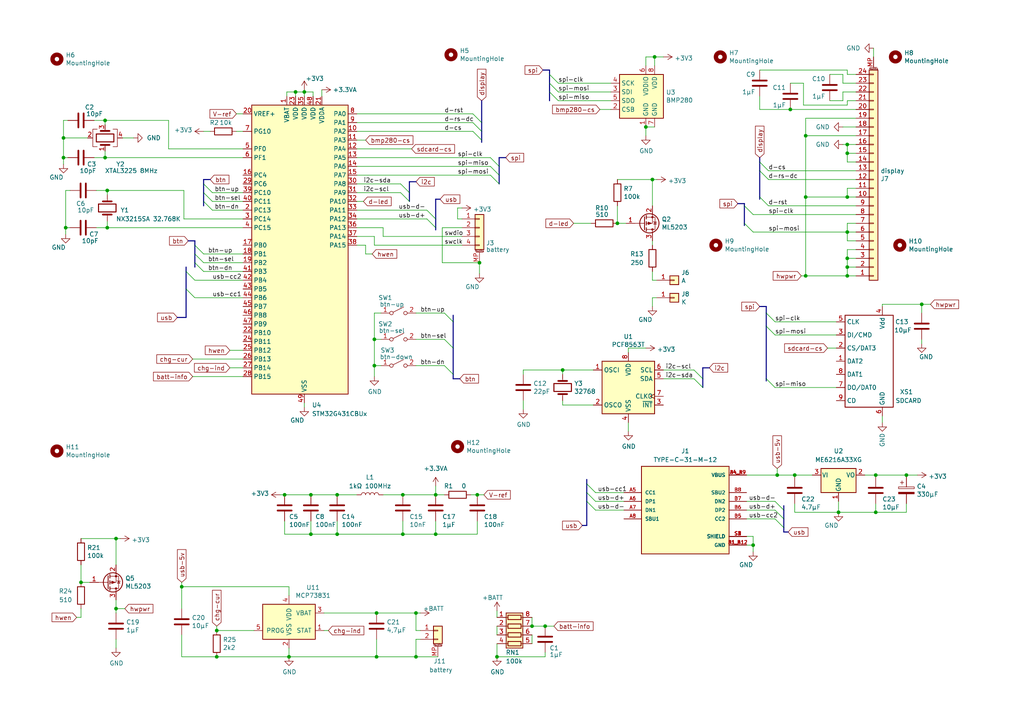
<source format=kicad_sch>
(kicad_sch (version 20230121) (generator eeschema)
  (paper "A4")
  (junction (at 218.44 158.115))
  (junction (at 163.195 107.315))
  (junction (at 62.865 182.88))
  (junction (at 23.495 168.91))
  (junction (at 254 137.795))
  (junction (at 52.705 170.18))
  (junction (at 230.505 137.795))
  (junction (at 245.745 44.45))
  (junction (at 262.89 137.795))
  (junction (at 85.725 26.67))
  (junction (at 189.23 52.07))
  (junction (at 187.325 36.83))
  (junction (at 267.335 88.265))
  (junction (at 97.79 143.51))
  (junction (at 31.115 66.04))
  (junction (at 30.48 45.72))
  (junction (at 229.235 31.75))
  (junction (at 90.17 154.94))
  (junction (at 120.65 190.5))
  (junction (at 126.365 154.94))
  (junction (at 33.655 156.21))
  (junction (at 139.065 76.2))
  (junction (at 18.415 45.72))
  (junction (at 82.55 143.51))
  (junction (at 245.745 74.93))
  (junction (at 90.17 143.51))
  (junction (at 88.265 26.67))
  (junction (at 19.05 66.04))
  (junction (at 245.745 57.15))
  (junction (at 31.115 55.245))
  (junction (at 233.68 39.37))
  (junction (at 62.865 190.5))
  (junction (at 109.22 177.8))
  (junction (at 233.68 80.01))
  (junction (at 225.425 137.795))
  (junction (at 245.745 77.47))
  (junction (at 245.745 67.31))
  (junction (at 144.145 190.5))
  (junction (at 109.22 190.5))
  (junction (at 245.745 80.01))
  (junction (at 158.115 181.61))
  (junction (at 18.415 40.005))
  (junction (at 116.84 154.94))
  (junction (at 243.205 148.59))
  (junction (at 154.305 181.61))
  (junction (at 108.585 106.045))
  (junction (at 179.07 64.77))
  (junction (at 116.84 143.51))
  (junction (at 245.745 41.91))
  (junction (at 108.585 98.425))
  (junction (at 97.79 154.94))
  (junction (at 233.68 57.15))
  (junction (at 30.48 34.925))
  (junction (at 126.365 143.51))
  (junction (at 83.82 190.5))
  (junction (at 120.65 177.8))
  (junction (at 189.865 16.51))
  (junction (at 254 148.59))
  (junction (at 138.43 143.51))
  (junction (at 33.655 176.53))
  (bus_entry (at 222.25 109.855) (size 2.54 2.54))
  (bus_entry (at 56.515 71.12) (size 2.54 2.54))
  (bus_entry (at 56.515 73.66) (size 2.54 2.54))
  (bus_entry (at 53.975 83.82) (size 2.54 2.54))
  (bus_entry (at 56.515 76.2) (size 2.54 2.54))
  (bus_entry (at 128.905 98.425) (size 2.54 2.54))
  (bus_entry (at 220.345 46.99) (size 2.54 2.54))
  (bus_entry (at 159.385 26.67) (size 2.54 2.54))
  (bus_entry (at 222.25 94.615) (size 2.54 2.54))
  (bus_entry (at 59.055 53.34) (size 2.54 2.54))
  (bus_entry (at 159.385 21.59) (size 2.54 2.54))
  (bus_entry (at 201.295 107.315) (size 2.54 2.54))
  (bus_entry (at 222.25 90.805) (size 2.54 2.54))
  (bus_entry (at 137.16 33.02) (size 2.54 2.54))
  (bus_entry (at 224.79 150.495) (size 2.54 2.54))
  (bus_entry (at 220.345 49.53) (size 2.54 2.54))
  (bus_entry (at 123.825 60.96) (size 2.54 2.54))
  (bus_entry (at 215.9 59.69) (size 2.54 2.54))
  (bus_entry (at 170.18 140.335) (size 2.54 2.54))
  (bus_entry (at 53.975 78.74) (size 2.54 2.54))
  (bus_entry (at 142.24 48.26) (size 2.54 2.54))
  (bus_entry (at 170.18 145.415) (size 2.54 2.54))
  (bus_entry (at 128.905 90.805) (size 2.54 2.54))
  (bus_entry (at 59.055 58.42) (size 2.54 2.54))
  (bus_entry (at 170.18 142.875) (size 2.54 2.54))
  (bus_entry (at 123.825 63.5) (size 2.54 2.54))
  (bus_entry (at 142.24 45.72) (size 2.54 2.54))
  (bus_entry (at 116.205 53.34) (size 2.54 2.54))
  (bus_entry (at 220.345 57.15) (size 2.54 2.54))
  (bus_entry (at 215.9 64.77) (size 2.54 2.54))
  (bus_entry (at 137.16 38.1) (size 2.54 2.54))
  (bus_entry (at 159.385 24.13) (size 2.54 2.54))
  (bus_entry (at 224.79 147.955) (size 2.54 2.54))
  (bus_entry (at 224.79 145.415) (size 2.54 2.54))
  (bus_entry (at 59.055 55.88) (size 2.54 2.54))
  (bus_entry (at 201.295 109.855) (size 2.54 2.54))
  (bus_entry (at 142.24 50.8) (size 2.54 2.54))
  (bus_entry (at 116.205 55.88) (size 2.54 2.54))
  (bus_entry (at 128.905 106.045) (size 2.54 2.54))
  (bus_entry (at 137.16 35.56) (size 2.54 2.54))
  (wire (pts (xy 27.305 34.925) (xy 30.48 34.925)))
  (wire (pts (xy 30.48 45.72) (xy 70.485 45.72)))
  (bus (pts (xy 59.055 55.88) (xy 59.055 53.34)))
  (wire (pts (xy 182.245 122.555) (xy 182.245 125.095)))
  (bus (pts (xy 54.61 69.85) (xy 56.515 69.85)))
  (wire (pts (xy 245.745 74.93) (xy 248.285 74.93)))
  (wire (pts (xy 88.265 26.67) (xy 90.805 26.67)))
  (wire (pts (xy 144.145 181.61) (xy 144.145 184.15)))
  (wire (pts (xy 31.115 55.245) (xy 53.34 55.245)))
  (wire (pts (xy 19.05 55.245) (xy 20.32 55.245)))
  (bus (pts (xy 157.48 20.32) (xy 159.385 20.32)))
  (wire (pts (xy 31.115 64.135) (xy 31.115 66.04)))
  (bus (pts (xy 159.385 20.32) (xy 159.385 21.59)))
  (wire (pts (xy 244.475 41.91) (xy 245.745 41.91)))
  (wire (pts (xy 189.23 78.74) (xy 189.23 81.28)))
  (wire (pts (xy 30.48 34.925) (xy 48.895 34.925)))
  (wire (pts (xy 253.365 13.97) (xy 253.365 16.51)))
  (wire (pts (xy 85.725 26.67) (xy 85.725 27.94)))
  (wire (pts (xy 66.675 106.68) (xy 70.485 106.68)))
  (wire (pts (xy 120.65 190.5) (xy 120.65 185.42)))
  (bus (pts (xy 126.365 63.5) (xy 126.365 66.04)))
  (wire (pts (xy 189.865 19.05) (xy 189.865 16.51)))
  (wire (pts (xy 182.245 102.235) (xy 182.245 100.965)))
  (bus (pts (xy 139.7 40.64) (xy 139.7 41.275)))
  (wire (pts (xy 126.365 140.97) (xy 126.365 143.51)))
  (bus (pts (xy 213.995 59.055) (xy 215.9 59.055)))
  (bus (pts (xy 144.78 50.8) (xy 144.78 53.34)))
  (wire (pts (xy 61.595 60.96) (xy 70.485 60.96)))
  (wire (pts (xy 154.305 181.61) (xy 158.115 181.61)))
  (wire (pts (xy 138.43 143.51) (xy 140.335 143.51)))
  (bus (pts (xy 139.7 35.56) (xy 139.7 38.1)))
  (wire (pts (xy 22.225 179.07) (xy 23.495 179.07)))
  (wire (pts (xy 126.365 154.94) (xy 138.43 154.94)))
  (wire (pts (xy 33.655 173.99) (xy 33.655 176.53)))
  (wire (pts (xy 108.585 90.805) (xy 108.585 98.425)))
  (wire (pts (xy 190.5 86.36) (xy 189.23 86.36)))
  (wire (pts (xy 233.68 39.37) (xy 248.285 39.37)))
  (wire (pts (xy 248.285 31.75) (xy 229.235 31.75)))
  (wire (pts (xy 230.505 148.59) (xy 243.205 148.59)))
  (bus (pts (xy 222.25 88.9) (xy 222.25 90.805)))
  (wire (pts (xy 19.05 66.04) (xy 20.32 66.04)))
  (wire (pts (xy 189.23 52.07) (xy 189.23 59.69)))
  (wire (pts (xy 103.505 68.58) (xy 108.585 68.58)))
  (wire (pts (xy 220.345 20.32) (xy 245.745 20.32)))
  (wire (pts (xy 109.22 190.5) (xy 120.65 190.5)))
  (wire (pts (xy 103.505 66.04) (xy 111.125 66.04)))
  (wire (pts (xy 190.5 52.07) (xy 189.23 52.07)))
  (wire (pts (xy 93.98 182.88) (xy 95.25 182.88)))
  (wire (pts (xy 151.765 118.745) (xy 151.765 116.205)))
  (bus (pts (xy 222.25 109.855) (xy 222.25 110.49)))
  (bus (pts (xy 227.33 154.305) (xy 228.6 154.305)))
  (bus (pts (xy 56.515 69.85) (xy 56.515 71.12)))
  (bus (pts (xy 51.435 92.075) (xy 53.975 92.075)))
  (wire (pts (xy 62.865 182.88) (xy 73.66 182.88)))
  (bus (pts (xy 159.385 24.13) (xy 159.385 26.67)))
  (wire (pts (xy 116.84 151.13) (xy 116.84 154.94)))
  (wire (pts (xy 111.125 66.04) (xy 111.125 68.58)))
  (wire (pts (xy 111.125 143.51) (xy 116.84 143.51)))
  (wire (pts (xy 245.745 54.61) (xy 245.745 57.15)))
  (wire (pts (xy 30.48 43.815) (xy 30.48 45.72)))
  (bus (pts (xy 118.745 58.42) (xy 118.745 55.88)))
  (bus (pts (xy 127.635 57.785) (xy 126.365 57.785)))
  (bus (pts (xy 222.25 90.805) (xy 222.25 94.615)))
  (wire (pts (xy 103.505 48.26) (xy 142.24 48.26)))
  (wire (pts (xy 216.535 137.795) (xy 225.425 137.795)))
  (bus (pts (xy 170.18 145.415) (xy 170.18 152.4)))
  (wire (pts (xy 109.22 177.8) (xy 120.65 177.8)))
  (wire (pts (xy 245.745 44.45) (xy 245.745 46.99)))
  (wire (pts (xy 158.115 190.5) (xy 158.115 189.23)))
  (wire (pts (xy 97.79 143.51) (xy 103.505 143.51)))
  (wire (pts (xy 245.745 20.32) (xy 245.745 21.59)))
  (wire (pts (xy 108.585 68.58) (xy 108.585 71.12)))
  (wire (pts (xy 18.415 45.72) (xy 18.415 47.625)))
  (wire (pts (xy 240.665 21.59) (xy 244.475 21.59)))
  (wire (pts (xy 18.415 40.005) (xy 18.415 45.72)))
  (wire (pts (xy 126.365 143.51) (xy 128.905 143.51)))
  (wire (pts (xy 109.22 185.42) (xy 109.22 190.5)))
  (wire (pts (xy 216.535 145.415) (xy 224.79 145.415)))
  (wire (pts (xy 128.27 66.04) (xy 133.985 66.04)))
  (wire (pts (xy 88.265 116.84) (xy 88.265 118.11)))
  (wire (pts (xy 103.505 60.96) (xy 123.825 60.96)))
  (wire (pts (xy 248.285 49.53) (xy 222.885 49.53)))
  (wire (pts (xy 248.285 44.45) (xy 245.745 44.45)))
  (wire (pts (xy 132.715 60.325) (xy 132.715 63.5)))
  (wire (pts (xy 240.665 29.21) (xy 244.475 29.21)))
  (wire (pts (xy 187.325 19.05) (xy 187.325 16.51)))
  (wire (pts (xy 233.68 80.01) (xy 245.745 80.01)))
  (wire (pts (xy 97.79 151.13) (xy 97.79 154.94)))
  (wire (pts (xy 163.195 116.205) (xy 163.195 117.475)))
  (wire (pts (xy 163.195 107.315) (xy 172.085 107.315)))
  (wire (pts (xy 248.285 59.69) (xy 222.885 59.69)))
  (wire (pts (xy 245.745 21.59) (xy 248.285 21.59)))
  (wire (pts (xy 53.34 63.5) (xy 70.485 63.5)))
  (wire (pts (xy 26.035 168.91) (xy 23.495 168.91)))
  (wire (pts (xy 34.925 156.21) (xy 33.655 156.21)))
  (wire (pts (xy 126.365 151.13) (xy 126.365 154.94)))
  (wire (pts (xy 106.045 73.66) (xy 107.95 73.66)))
  (bus (pts (xy 118.745 52.705) (xy 120.65 52.705)))
  (wire (pts (xy 52.705 170.18) (xy 52.705 176.53)))
  (wire (pts (xy 144.145 186.69) (xy 144.145 190.5)))
  (bus (pts (xy 220.345 45.72) (xy 220.345 46.99)))
  (wire (pts (xy 245.745 67.31) (xy 245.745 64.77)))
  (wire (pts (xy 90.805 26.67) (xy 90.805 27.94)))
  (wire (pts (xy 120.65 177.8) (xy 121.92 177.8)))
  (wire (pts (xy 52.705 184.15) (xy 52.705 190.5)))
  (wire (pts (xy 225.425 135.89) (xy 225.425 137.795)))
  (wire (pts (xy 103.505 55.88) (xy 116.205 55.88)))
  (wire (pts (xy 245.745 46.99) (xy 248.285 46.99)))
  (wire (pts (xy 90.17 151.13) (xy 90.17 154.94)))
  (wire (pts (xy 82.55 143.51) (xy 90.17 143.51)))
  (wire (pts (xy 151.765 108.585) (xy 151.765 107.315)))
  (wire (pts (xy 59.055 76.2) (xy 70.485 76.2)))
  (wire (pts (xy 53.34 55.245) (xy 53.34 63.5)))
  (wire (pts (xy 62.865 181.61) (xy 62.865 182.88)))
  (wire (pts (xy 33.655 185.42) (xy 33.655 187.96)))
  (wire (pts (xy 33.655 176.53) (xy 33.655 177.8)))
  (wire (pts (xy 33.655 176.53) (xy 36.195 176.53)))
  (wire (pts (xy 161.925 26.67) (xy 177.165 26.67)))
  (bus (pts (xy 170.18 140.335) (xy 170.18 142.875)))
  (bus (pts (xy 144.78 45.72) (xy 144.78 48.26)))
  (wire (pts (xy 218.44 67.31) (xy 245.745 67.31)))
  (wire (pts (xy 189.865 16.51) (xy 192.405 16.51)))
  (wire (pts (xy 93.98 177.8) (xy 109.22 177.8)))
  (wire (pts (xy 18.415 34.925) (xy 18.415 40.005)))
  (wire (pts (xy 90.17 143.51) (xy 97.79 143.51)))
  (bus (pts (xy 118.745 55.88) (xy 118.745 52.705)))
  (wire (pts (xy 222.885 52.07) (xy 248.285 52.07)))
  (wire (pts (xy 189.865 36.83) (xy 187.325 36.83)))
  (wire (pts (xy 161.925 29.21) (xy 177.165 29.21)))
  (bus (pts (xy 227.33 147.955) (xy 227.33 150.495)))
  (wire (pts (xy 103.505 38.1) (xy 137.16 38.1)))
  (wire (pts (xy 103.505 35.56) (xy 137.16 35.56)))
  (wire (pts (xy 233.045 24.13) (xy 233.045 30.48)))
  (wire (pts (xy 61.595 58.42) (xy 70.485 58.42)))
  (wire (pts (xy 48.895 34.925) (xy 48.895 43.18)))
  (wire (pts (xy 254 137.795) (xy 262.89 137.795)))
  (bus (pts (xy 56.515 76.2) (xy 56.515 77.47)))
  (wire (pts (xy 233.68 34.29) (xy 248.285 34.29)))
  (wire (pts (xy 88.265 26.035) (xy 88.265 26.67)))
  (wire (pts (xy 138.43 154.94) (xy 138.43 151.13)))
  (wire (pts (xy 233.68 34.29) (xy 233.68 39.37)))
  (wire (pts (xy 108.585 106.045) (xy 108.585 109.22)))
  (wire (pts (xy 161.925 24.13) (xy 177.165 24.13)))
  (wire (pts (xy 35.56 40.005) (xy 38.735 40.005)))
  (wire (pts (xy 82.55 151.13) (xy 82.55 154.94)))
  (wire (pts (xy 83.82 190.5) (xy 83.82 187.96)))
  (bus (pts (xy 59.055 59.69) (xy 59.055 58.42)))
  (wire (pts (xy 163.195 108.585) (xy 163.195 107.315)))
  (wire (pts (xy 245.745 72.39) (xy 248.285 72.39)))
  (wire (pts (xy 230.505 137.795) (xy 235.585 137.795)))
  (wire (pts (xy 27.94 55.245) (xy 31.115 55.245)))
  (wire (pts (xy 108.585 71.12) (xy 133.985 71.12)))
  (bus (pts (xy 144.78 48.26) (xy 144.78 50.8)))
  (wire (pts (xy 30.48 45.72) (xy 27.305 45.72)))
  (wire (pts (xy 23.495 156.21) (xy 33.655 156.21)))
  (bus (pts (xy 159.385 21.59) (xy 159.385 24.13)))
  (wire (pts (xy 106.045 71.12) (xy 106.045 73.66)))
  (wire (pts (xy 31.115 66.04) (xy 27.94 66.04)))
  (wire (pts (xy 120.65 185.42) (xy 121.92 185.42)))
  (wire (pts (xy 55.88 109.22) (xy 70.485 109.22)))
  (wire (pts (xy 103.505 45.72) (xy 142.24 45.72)))
  (wire (pts (xy 254 137.795) (xy 254 138.43)))
  (wire (pts (xy 233.045 30.48) (xy 245.745 30.48)))
  (wire (pts (xy 172.72 145.415) (xy 180.975 145.415)))
  (wire (pts (xy 139.065 76.2) (xy 139.065 79.375)))
  (bus (pts (xy 131.445 91.44) (xy 131.445 93.345)))
  (wire (pts (xy 85.725 26.67) (xy 88.265 26.67)))
  (bus (pts (xy 144.78 45.72) (xy 146.685 45.72)))
  (wire (pts (xy 108.585 98.425) (xy 110.49 98.425)))
  (wire (pts (xy 59.055 78.74) (xy 70.485 78.74)))
  (wire (pts (xy 116.84 143.51) (xy 126.365 143.51)))
  (wire (pts (xy 109.22 190.5) (xy 83.82 190.5)))
  (wire (pts (xy 244.475 26.67) (xy 248.285 26.67)))
  (wire (pts (xy 243.205 145.415) (xy 243.205 148.59)))
  (wire (pts (xy 192.405 109.855) (xy 201.295 109.855)))
  (wire (pts (xy 88.265 26.67) (xy 88.265 27.94)))
  (wire (pts (xy 52.705 190.5) (xy 62.865 190.5)))
  (wire (pts (xy 136.525 143.51) (xy 138.43 143.51)))
  (wire (pts (xy 23.495 179.07) (xy 23.495 176.53)))
  (wire (pts (xy 121.92 182.88) (xy 120.65 182.88)))
  (wire (pts (xy 255.905 120.65) (xy 255.905 122.555)))
  (wire (pts (xy 243.205 148.59) (xy 254 148.59)))
  (bus (pts (xy 220.345 57.15) (xy 220.345 57.785)))
  (wire (pts (xy 144.145 177.165) (xy 144.145 179.07)))
  (wire (pts (xy 66.675 101.6) (xy 70.485 101.6)))
  (wire (pts (xy 255.905 88.9) (xy 255.905 88.265)))
  (bus (pts (xy 131.445 93.345) (xy 131.445 100.965)))
  (wire (pts (xy 173.99 31.75) (xy 177.165 31.75)))
  (wire (pts (xy 103.505 43.18) (xy 119.38 43.18)))
  (bus (pts (xy 203.835 112.395) (xy 203.835 109.855)))
  (wire (pts (xy 56.515 86.36) (xy 70.485 86.36)))
  (wire (pts (xy 267.335 90.805) (xy 267.335 88.265)))
  (wire (pts (xy 182.245 100.965) (xy 187.325 100.965)))
  (wire (pts (xy 19.685 34.925) (xy 18.415 34.925)))
  (bus (pts (xy 56.515 71.12) (xy 56.515 73.66)))
  (wire (pts (xy 187.325 16.51) (xy 189.865 16.51)))
  (wire (pts (xy 245.745 29.21) (xy 248.285 29.21)))
  (wire (pts (xy 245.745 41.91) (xy 245.745 44.45)))
  (wire (pts (xy 128.27 66.04) (xy 128.27 76.2)))
  (wire (pts (xy 97.79 154.94) (xy 116.84 154.94)))
  (wire (pts (xy 230.505 146.05) (xy 230.505 148.59)))
  (wire (pts (xy 245.745 54.61) (xy 248.285 54.61)))
  (wire (pts (xy 245.745 72.39) (xy 245.745 74.93)))
  (wire (pts (xy 33.655 156.21) (xy 33.655 163.83)))
  (wire (pts (xy 103.505 58.42) (xy 105.41 58.42)))
  (bus (pts (xy 215.9 64.77) (xy 215.9 65.405)))
  (bus (pts (xy 59.055 58.42) (xy 59.055 55.88)))
  (bus (pts (xy 126.365 57.785) (xy 126.365 63.5)))
  (wire (pts (xy 52.705 170.18) (xy 83.82 170.18)))
  (bus (pts (xy 220.345 49.53) (xy 220.345 57.15)))
  (wire (pts (xy 254 148.59) (xy 254 146.05)))
  (wire (pts (xy 120.65 182.88) (xy 120.65 177.8)))
  (wire (pts (xy 218.44 158.115) (xy 218.44 160.02)))
  (wire (pts (xy 248.285 69.85) (xy 245.745 69.85)))
  (wire (pts (xy 187.325 39.37) (xy 187.325 36.83)))
  (wire (pts (xy 216.535 150.495) (xy 224.79 150.495)))
  (wire (pts (xy 31.115 55.245) (xy 31.115 56.515)))
  (wire (pts (xy 245.745 77.47) (xy 245.745 80.01)))
  (wire (pts (xy 111.125 68.58) (xy 133.985 68.58)))
  (wire (pts (xy 218.44 155.575) (xy 218.44 158.115)))
  (wire (pts (xy 108.585 106.045) (xy 110.49 106.045)))
  (bus (pts (xy 170.18 142.875) (xy 170.18 145.415)))
  (wire (pts (xy 172.72 142.875) (xy 180.975 142.875)))
  (bus (pts (xy 220.345 46.99) (xy 220.345 49.53)))
  (wire (pts (xy 19.05 67.945) (xy 19.05 66.04)))
  (bus (pts (xy 53.975 77.47) (xy 53.975 78.74)))
  (bus (pts (xy 139.7 29.21) (xy 139.7 35.56)))
  (wire (pts (xy 18.415 40.005) (xy 25.4 40.005)))
  (wire (pts (xy 224.79 93.345) (xy 242.57 93.345)))
  (bus (pts (xy 131.445 100.965) (xy 131.445 108.585)))
  (wire (pts (xy 116.84 154.94) (xy 126.365 154.94)))
  (bus (pts (xy 139.7 38.1) (xy 139.7 40.64)))
  (wire (pts (xy 233.68 57.15) (xy 245.745 57.15)))
  (bus (pts (xy 227.33 153.035) (xy 227.33 154.305)))
  (wire (pts (xy 244.475 29.21) (xy 244.475 26.67)))
  (wire (pts (xy 56.515 81.28) (xy 70.485 81.28)))
  (wire (pts (xy 220.345 31.75) (xy 220.345 27.94)))
  (wire (pts (xy 154.305 179.07) (xy 154.305 181.61)))
  (wire (pts (xy 245.745 64.77) (xy 248.285 64.77)))
  (wire (pts (xy 81.28 143.51) (xy 82.55 143.51)))
  (wire (pts (xy 62.865 190.5) (xy 83.82 190.5)))
  (wire (pts (xy 179.07 52.07) (xy 189.23 52.07)))
  (wire (pts (xy 245.745 30.48) (xy 245.745 29.21)))
  (bus (pts (xy 227.33 146.685) (xy 227.33 147.955)))
  (bus (pts (xy 170.18 139.065) (xy 170.18 140.335)))
  (wire (pts (xy 133.985 60.325) (xy 132.715 60.325)))
  (wire (pts (xy 244.475 21.59) (xy 244.475 24.13)))
  (wire (pts (xy 224.79 97.155) (xy 242.57 97.155)))
  (wire (pts (xy 245.745 57.15) (xy 248.285 57.15)))
  (wire (pts (xy 59.055 73.66) (xy 70.485 73.66)))
  (wire (pts (xy 144.145 190.5) (xy 158.115 190.5)))
  (wire (pts (xy 248.285 67.31) (xy 245.745 67.31)))
  (wire (pts (xy 48.895 43.18) (xy 70.485 43.18)))
  (wire (pts (xy 158.115 181.61) (xy 160.655 181.61)))
  (wire (pts (xy 61.595 55.88) (xy 70.485 55.88)))
  (wire (pts (xy 90.17 154.94) (xy 97.79 154.94)))
  (bus (pts (xy 126.365 66.04) (xy 126.365 66.675)))
  (wire (pts (xy 240.03 100.965) (xy 242.57 100.965)))
  (bus (pts (xy 131.445 108.585) (xy 131.445 109.855)))
  (wire (pts (xy 163.195 117.475) (xy 172.085 117.475)))
  (wire (pts (xy 120.65 98.425) (xy 128.905 98.425)))
  (wire (pts (xy 250.825 137.795) (xy 254 137.795)))
  (wire (pts (xy 224.79 112.395) (xy 242.57 112.395)))
  (wire (pts (xy 262.89 137.795) (xy 266.065 137.795)))
  (wire (pts (xy 189.23 81.28) (xy 190.5 81.28)))
  (wire (pts (xy 30.48 34.925) (xy 30.48 36.195)))
  (wire (pts (xy 262.89 137.795) (xy 262.89 138.43)))
  (wire (pts (xy 254 148.59) (xy 262.89 148.59)))
  (wire (pts (xy 216.535 155.575) (xy 218.44 155.575)))
  (wire (pts (xy 18.415 45.72) (xy 19.685 45.72)))
  (wire (pts (xy 245.745 69.85) (xy 245.745 67.31)))
  (wire (pts (xy 248.285 77.47) (xy 245.745 77.47)))
  (wire (pts (xy 103.505 53.34) (xy 116.205 53.34)))
  (wire (pts (xy 245.745 80.01) (xy 248.285 80.01)))
  (wire (pts (xy 132.715 63.5) (xy 133.985 63.5)))
  (wire (pts (xy 229.235 24.13) (xy 233.045 24.13)))
  (wire (pts (xy 166.37 64.77) (xy 171.45 64.77)))
  (wire (pts (xy 23.495 168.91) (xy 23.495 163.83)))
  (bus (pts (xy 59.055 53.34) (xy 59.055 52.07)))
  (wire (pts (xy 179.07 64.77) (xy 179.07 59.69)))
  (wire (pts (xy 189.23 69.85) (xy 189.23 71.12)))
  (bus (pts (xy 168.91 152.4) (xy 170.18 152.4)))
  (bus (pts (xy 203.835 109.855) (xy 203.835 106.68)))
  (wire (pts (xy 110.49 90.805) (xy 108.585 90.805)))
  (wire (pts (xy 19.05 66.04) (xy 19.05 55.245)))
  (wire (pts (xy 245.745 41.91) (xy 248.285 41.91)))
  (wire (pts (xy 216.535 158.115) (xy 218.44 158.115)))
  (wire (pts (xy 172.72 147.955) (xy 180.975 147.955)))
  (wire (pts (xy 255.905 88.265) (xy 267.335 88.265)))
  (bus (pts (xy 215.9 59.69) (xy 215.9 64.77)))
  (wire (pts (xy 230.505 137.795) (xy 230.505 138.43)))
  (wire (pts (xy 68.58 33.02) (xy 70.485 33.02)))
  (wire (pts (xy 120.65 106.045) (xy 128.905 106.045)))
  (wire (pts (xy 52.705 168.91) (xy 52.705 170.18)))
  (bus (pts (xy 220.345 88.9) (xy 222.25 88.9)))
  (wire (pts (xy 83.185 26.67) (xy 85.725 26.67)))
  (wire (pts (xy 232.41 80.01) (xy 233.68 80.01)))
  (wire (pts (xy 120.65 190.5) (xy 127 190.5)))
  (bus (pts (xy 222.25 94.615) (xy 222.25 109.855)))
  (wire (pts (xy 103.505 50.8) (xy 142.24 50.8)))
  (wire (pts (xy 267.335 98.425) (xy 267.335 99.695)))
  (bus (pts (xy 227.33 150.495) (xy 227.33 153.035)))
  (bus (pts (xy 215.9 59.055) (xy 215.9 59.69)))
  (wire (pts (xy 181.61 64.77) (xy 179.07 64.77)))
  (bus (pts (xy 59.055 52.07) (xy 60.96 52.07)))
  (wire (pts (xy 244.475 24.13) (xy 248.285 24.13)))
  (bus (pts (xy 203.835 106.68) (xy 205.74 106.68)))
  (wire (pts (xy 103.505 33.02) (xy 137.16 33.02)))
  (wire (pts (xy 233.68 39.37) (xy 233.68 57.15)))
  (wire (pts (xy 82.55 154.94) (xy 90.17 154.94)))
  (wire (pts (xy 189.23 86.36) (xy 189.23 88.9)))
  (wire (pts (xy 120.65 90.805) (xy 128.905 90.805)))
  (wire (pts (xy 103.505 40.64) (xy 106.045 40.64)))
  (wire (pts (xy 229.235 31.75) (xy 220.345 31.75)))
  (wire (pts (xy 192.405 107.315) (xy 201.295 107.315)))
  (wire (pts (xy 31.115 66.04) (xy 70.485 66.04)))
  (wire (pts (xy 93.345 26.035) (xy 93.345 27.94)))
  (wire (pts (xy 108.585 98.425) (xy 108.585 106.045)))
  (bus (pts (xy 56.515 73.66) (xy 56.515 76.2)))
  (bus (pts (xy 53.975 78.74) (xy 53.975 83.82)))
  (wire (pts (xy 83.185 27.94) (xy 83.185 26.67)))
  (wire (pts (xy 59.055 38.1) (xy 60.96 38.1)))
  (wire (pts (xy 218.44 62.23) (xy 248.285 62.23)))
  (wire (pts (xy 244.475 36.83) (xy 248.285 36.83)))
  (wire (pts (xy 55.88 104.14) (xy 70.485 104.14)))
  (wire (pts (xy 83.82 170.18) (xy 83.82 172.72)))
  (wire (pts (xy 233.68 57.15) (xy 233.68 80.01)))
  (wire (pts (xy 225.425 137.795) (xy 230.505 137.795)))
  (wire (pts (xy 103.505 71.12) (xy 106.045 71.12)))
  (bus (pts (xy 159.385 26.67) (xy 159.385 29.21)))
  (wire (pts (xy 103.505 63.5) (xy 123.825 63.5)))
  (wire (pts (xy 245.745 74.93) (xy 245.745 77.47)))
  (wire (pts (xy 128.27 76.2) (xy 139.065 76.2)))
  (wire (pts (xy 267.335 88.265) (xy 269.875 88.265)))
  (wire (pts (xy 262.89 148.59) (xy 262.89 146.05)))
  (wire (pts (xy 68.58 38.1) (xy 70.485 38.1)))
  (wire (pts (xy 154.305 184.15) (xy 154.305 186.69)))
  (bus (pts (xy 131.445 109.855) (xy 133.35 109.855)))
  (bus (pts (xy 53.975 83.82) (xy 53.975 92.075)))
  (wire (pts (xy 216.535 147.955) (xy 224.79 147.955)))
  (wire (pts (xy 151.765 107.315) (xy 163.195 107.315)))
  (label "swdio" (at 128.905 68.58 0))
  (label "btn-sel" (at 121.92 98.425 0))
  (label "btn-dn" (at 60.325 78.74 0))
  (label "usb-d+" (at 173.355 145.415 0))
  (label "spi-clk" (at 161.925 24.13 0))
  (label "usb-d+" (at 217.17 147.955 0))
  (label "spi-clk" (at 224.79 93.345 0))
  (label "d-cs" (at 222.885 49.53 0))
  (label "d-rs-dc" (at 128.905 35.56 0))
  (label "usb-cc2" (at 217.17 150.495 0))
  (label "btn-dn" (at 121.92 106.045 0))
  (label "spi-mosi" (at 222.885 67.31 0))
  (label "spi-miso" (at 224.79 112.395 0))
  (label "d-rst" (at 222.885 59.69 0))
  (label "btn-sel" (at 60.325 76.2 0))
  (label "usb-d-" (at 217.17 145.415 0))
  (label "usb-cc1" (at 61.595 86.36 0))
  (label "spi-mosi" (at 224.79 97.155 0))
  (label "spi-mosi" (at 132.715 50.8 0))
  (label "btn-dn" (at 62.23 60.96 0))
  (label "spi-clk" (at 222.885 62.23 0))
  (label "d-rs-dc" (at 222.885 52.07 0))
  (label "usb-d-" (at 115.57 60.96 0))
  (label "i2c-scl" (at 105.41 55.88 0))
  (label "usb-d+" (at 115.57 63.5 0))
  (label "i2c-sda" (at 193.04 109.855 0))
  (label "usb-cc2" (at 61.595 81.28 0))
  (label "spi-mosi" (at 161.925 26.67 0))
  (label "i2c-sda" (at 105.41 53.34 0))
  (label "spi-clk" (at 132.715 45.72 0))
  (label "swclk" (at 128.905 71.12 0))
  (label "i2c-scl" (at 193.04 107.315 0))
  (label "btn-up" (at 60.325 73.66 0))
  (label "usb-d-" (at 173.355 147.955 0))
  (label "usb-cc1" (at 173.355 142.875 0))
  (label "btn-up" (at 121.92 90.805 0))
  (label "btn-sel" (at 62.23 58.42 0))
  (label "d-cs" (at 128.905 38.1 0))
  (label "d-rst" (at 128.905 33.02 0))
  (label "spi-miso" (at 161.925 29.21 0))
  (label "spi-miso" (at 132.715 48.26 0))
  (label "btn-up" (at 62.23 55.88 0))
  (global_label "usb" (shape input) (at 228.6 154.305 0) (property "Intersheetrefs" "${INTERSHEET_REFS}" (effects hide)))
  (global_label "d-led" (shape input) (at 105.41 58.42 0) (property "Intersheetrefs" "${INTERSHEET_REFS}" (effects hide)))
  (global_label "hwpwr" (shape input) (at 36.195 176.53 0) (property "Intersheetrefs" "${INTERSHEET_REFS}" (effects hide)))
  (global_label "chg-ind" (shape input) (at 95.25 182.88 0) (property "Intersheetrefs" "${INTERSHEET_REFS}" (effects hide)))
  (global_label "usb" (shape input) (at 51.435 92.075 180) (property "Intersheetrefs" "${INTERSHEET_REFS}" (effects hide)))
  (global_label "btn" (shape input) (at 133.35 109.855 0) (property "Intersheetrefs" "${INTERSHEET_REFS}" (effects hide)))
  (global_label "batt-info" (shape input) (at 160.655 181.61 0) (property "Intersheetrefs" "${INTERSHEET_REFS}" (effects hide)))
  (global_label "bmp280-cs" (shape input) (at 173.99 31.75 180) (property "Intersheetrefs" "${INTERSHEET_REFS}" (effects hide)))
  (global_label "btn" (shape input) (at 54.61 69.85 180) (property "Intersheetrefs" "${INTERSHEET_REFS}" (effects hide)))
  (global_label "sdcard-cs" (shape input) (at 119.38 43.18 0) (property "Intersheetrefs" "${INTERSHEET_REFS}" (effects hide)))
  (global_label "d-led" (shape input) (at 166.37 64.77 180) (property "Intersheetrefs" "${INTERSHEET_REFS}" (effects hide)))
  (global_label "V-ref" (shape input) (at 140.335 143.51 0) (property "Intersheetrefs" "${INTERSHEET_REFS}" (effects hide)))
  (global_label "spi" (shape input) (at 146.685 45.72 0) (property "Intersheetrefs" "${INTERSHEET_REFS}" (effects hide)))
  (global_label "btn" (shape input) (at 60.96 52.07 0) (property "Intersheetrefs" "${INTERSHEET_REFS}" (effects hide)))
  (global_label "usb-5v" (shape input) (at 225.425 135.89 90) (property "Intersheetrefs" "${INTERSHEET_REFS}" (effects hide)))
  (global_label "chg-cur" (shape input) (at 62.865 181.61 90) (property "Intersheetrefs" "${INTERSHEET_REFS}" (effects hide)))
  (global_label "bmp280-cs" (shape input) (at 106.045 40.64 0) (property "Intersheetrefs" "${INTERSHEET_REFS}" (effects hide)))
  (global_label "spi" (shape input) (at 220.345 88.9 180) (property "Intersheetrefs" "${INTERSHEET_REFS}" (effects hide)))
  (global_label "chg-ind" (shape input) (at 66.675 106.68 180) (property "Intersheetrefs" "${INTERSHEET_REFS}" (effects hide)))
  (global_label "usb-5v" (shape input) (at 52.705 168.91 90) (property "Intersheetrefs" "${INTERSHEET_REFS}" (effects hide)))
  (global_label "usb" (shape input) (at 168.91 152.4 180) (property "Intersheetrefs" "${INTERSHEET_REFS}" (effects hide)))
  (global_label "V-ref" (shape input) (at 68.58 33.02 180) (property "Intersheetrefs" "${INTERSHEET_REFS}" (effects hide)))
  (global_label "hwpwr" (shape input) (at 269.875 88.265 0) (property "Intersheetrefs" "${INTERSHEET_REFS}" (effects hide)))
  (global_label "display" (shape input) (at 139.7 29.21 90) (property "Intersheetrefs" "${INTERSHEET_REFS}" (effects hide)))
  (global_label "i2c" (shape input) (at 205.74 106.68 0) (property "Intersheetrefs" "${INTERSHEET_REFS}" (effects hide)))
  (global_label "usb" (shape input) (at 127.635 57.785 0) (property "Intersheetrefs" "${INTERSHEET_REFS}" (effects hide)))
  (global_label "batt-info" (shape input) (at 55.88 109.22 180) (property "Intersheetrefs" "${INTERSHEET_REFS}" (effects hide)))
  (global_label "hwen" (shape input) (at 107.95 73.66 0) (property "Intersheetrefs" "${INTERSHEET_REFS}" (effects hide)))
  (global_label "chg-cur" (shape input) (at 55.88 104.14 180) (property "Intersheetrefs" "${INTERSHEET_REFS}" (effects hide)))
  (global_label "hwpwr" (shape input) (at 232.41 80.01 180) (property "Intersheetrefs" "${INTERSHEET_REFS}" (effects hide)))
  (global_label "sdcard-cs" (shape input) (at 240.03 100.965 180) (property "Intersheetrefs" "${INTERSHEET_REFS}" (effects hide)))
  (global_label "spi" (shape input) (at 213.995 59.055 180) (property "Intersheetrefs" "${INTERSHEET_REFS}" (effects hide)))
  (global_label "hwen" (shape input) (at 66.675 101.6 180) (property "Intersheetrefs" "${INTERSHEET_REFS}" (effects hide)))
  (global_label "i2c" (shape input) (at 120.65 52.705 0) (property "Intersheetrefs" "${INTERSHEET_REFS}" (effects hide)))
  (global_label "spi" (shape input) (at 157.48 20.32 180) (property "Intersheetrefs" "${INTERSHEET_REFS}" (effects hide)))
  (global_label "display" (shape input) (at 220.345 45.72 90) (property "Intersheetrefs" "${INTERSHEET_REFS}" (effects hide)))
  (global_label "hwen" (shape input) (at 22.225 179.07 180) (property "Intersheetrefs" "${INTERSHEET_REFS}" (effects hide)))
  (symbol (lib_id "Connector_Generic_MountingPin:Conn_01x04_MountingPin") (at 139.065 66.04 0) (unit 1)
    (property "Reference" "J3" (at 140.97 70.485 0) (effects (justify left)))
    (property "Value" "battery" (at 140.97 72.39 0) (effects (justify left)))
    (property "Footprint" "Connector_Molex:Molex_PicoBlade_53261-0271_1x02-1MP_P1.25mm_Horizontal" (effects hide))
  )
  (symbol (lib_id "power:GND") (at 189.23 88.9 0) (unit 1)
    (property "Reference" "#PWR031" (effects hide))
    (property "Value" "GND" (at 189.23 92.71 0) (effects (justify right)))
  )
  (symbol (lib_id "xdeya-rescue:+3.3V-power") (at 187.325 100.965 270) (unit 1)
    (property "Reference" "#PWR020" (effects hide))
    (property "Value" "+3.3V" (at 190.5762 101.346 90) (effects (justify left)))
  )
  (symbol (lib_id "Mechanical:MountingHole") (at 130.81 15.875 0) (unit 1)
    (property "Reference" "H5" (at 133.35 14.7066 0) (effects (justify left)))
    (property "Value" "MountingHole" (at 133.35 17.018 0) (effects (justify left)))
    (property "Footprint" "MountingHole:MountingHole_3.2mm_M3" (effects hide))
  )
  (symbol (lib_id "Sensor_Pressure:BMP280") (at 187.325 29.21 0) (unit 1)
    (property "Reference" "U3" (at 193.167 26.7716 0) (effects (justify left)))
    (property "Value" "BMP280" (at 193.167 29.083 0) (effects (justify left)))
    (property "Footprint" "Package_LGA:Bosch_LGA-8_2x2.5mm_P0.65mm_ClockwisePinNumbering" (effects hide))
    (property "Datasheet" "https://ae-bst.resource.bosch.com/media/_tech/media/datasheets/BST-BMP280-DS001.pdf" (effects hide))
  )
  (symbol (lib_id "Device:C") (at 240.665 25.4 180) (unit 1)
    (property "Reference" "C10" (at 239.395 22.86 0) (effects (justify left)))
    (property "Value" "1μF" (at 239.395 27.94 0) (effects (justify left)))
    (property "Footprint" "Capacitor_SMD:C_0603_1608Metric" (effects hide))
  )
  (symbol (lib_id "Device:R") (at 132.715 143.51 90) (unit 1)
    (property "Reference" "R1" (at 131.445 140.97 90) (effects (justify left)))
    (property "Value" "0" (at 135.255 140.97 90) (effects (justify left)))
    (property "Footprint" "Resistor_SMD:R_0603_1608Metric" (effects hide))
  )
  (symbol (lib_id "Mechanical:MountingHole") (at 260.985 71.12 0) (unit 1)
    (property "Reference" "H10" (at 263.525 69.9516 0) (effects (justify left)))
    (property "Value" "MountingHole" (at 263.525 72.263 0) (effects (justify left)))
    (property "Footprint" "MHole:MountingHole_1.5" (effects hide))
  )
  (symbol (lib_id "xdeya-rescue:+3.3V-power") (at 88.265 26.035 0) (unit 1)
    (property "Reference" "#PWR014" (effects hide))
    (property "Value" "+3.3V" (at 88.646 22.7838 0) (effects (justify left)))
  )
  (symbol (lib_id "xdeya-rescue:+3.3V-power") (at 59.055 38.1 90) (unit 1)
    (property "Reference" "#PWR019" (effects hide))
    (property "Value" "+3.3V" (at 55.8038 37.719 90) (effects (justify left)))
  )
  (symbol (lib_id "xdeya-rescue:SD_ebay-uSD-push_push_SMD-microsd-ebay") (at 252.095 104.775 0) (mirror y) (unit 1)
    (property "Reference" "XS1" (at 260.985 113.665 0) (effects (justify right)))
    (property "Value" "SDCARD" (at 259.715 116.205 0) (effects (justify right)))
    (property "Footprint" "microsd:Conn_uSDcard" (effects hide))
    (property "Datasheet" "_" (effects hide))
    (property "Manf#" "_" (effects hide))
    (property "Manf" "ebay" (effects hide))
  )
  (symbol (lib_id "Mechanical:MountingHole") (at 132.715 129.54 0) (unit 1)
    (property "Reference" "H12" (at 135.255 128.3716 0) (effects (justify left)))
    (property "Value" "MountingHole" (at 135.255 130.683 0) (effects (justify left)))
    (property "Footprint" "MountingHole:MountingHole_3.2mm_M3" (effects hide))
  )
  (symbol (lib_id "Device:Crystal") (at 31.115 60.325 90) (unit 1)
    (property "Reference" "Y1" (at 34.925 60.96 90) (effects (justify right)))
    (property "Value" "NX3215SA 32.768K" (at 33.655 63.5 90) (effects (justify right)))
  )
  (symbol (lib_id "xdeya-rescue:+3.3V-power") (at 133.985 60.325 270) (unit 1)
    (property "Reference" "#PWR04" (effects hide))
    (property "Value" "+3.3V" (at 137.2362 60.706 90) (effects (justify left)))
  )
  (symbol (lib_id "Device:R") (at 62.865 186.69 0) (unit 1)
    (property "Reference" "R25" (at 64.643 185.5216 0) (effects (justify left)))
    (property "Value" "2k2" (at 64.643 187.833 0) (effects (justify left)))
    (property "Footprint" "Resistor_SMD:R_0603_1608Metric" (effects hide))
  )
  (symbol (lib_id "Timer_RTC:PCF8563T") (at 182.245 112.395 0) (unit 1)
    (property "Reference" "U1" (at 182.245 97.6376 0))
    (property "Value" "PCF8563T" (at 182.245 99.949 0))
    (property "Footprint" "Package_SO:SOIC-8_3.9x4.9mm_P1.27mm" (effects hide))
    (property "Datasheet" "https://assets.nexperia.com/documents/data-sheet/PCF8563.pdf" (effects hide))
  )
  (symbol (lib_id "power:GND") (at 139.065 79.375 0) (unit 1)
    (property "Reference" "#PWR03" (effects hide))
    (property "Value" "GND" (at 139.065 83.185 0) (effects (justify right)))
  )
  (symbol (lib_id "Mechanical:MountingHole") (at 16.51 17.145 0) (unit 1)
    (property "Reference" "H6" (at 19.05 15.9766 0) (effects (justify left)))
    (property "Value" "MountingHole" (at 19.05 18.288 0) (effects (justify left)))
    (property "Footprint" "MountingHole:MountingHole_3.2mm_M3" (effects hide))
  )
  (symbol (lib_id "Device:C") (at 126.365 147.32 0) (unit 1)
    (property "Reference" "C17" (at 128.27 149.86 0) (effects (justify left)))
    (property "Value" "1μF" (at 128.27 152.1714 0) (effects (justify left)))
    (property "Footprint" "Capacitor_SMD:C_0603_1608Metric" (effects hide))
  )
  (symbol (lib_id "power:GND") (at 19.05 67.945 0) (unit 1)
    (property "Reference" "#PWR018" (effects hide))
    (property "Value" "GND" (at 19.05 71.755 0) (effects (justify right)))
  )
  (symbol (lib_id "Device:R") (at 64.77 38.1 90) (unit 1)
    (property "Reference" "R2" (at 63.5 35.56 90) (effects (justify left)))
    (property "Value" "10k" (at 67.31 35.56 90) (effects (justify left)))
    (property "Footprint" "Resistor_SMD:R_0603_1608Metric" (effects hide))
  )
  (symbol (lib_id "xdeya-rescue:CP-Device") (at 262.89 142.24 0) (unit 1)
    (property "Reference" "C4" (at 265.8872 141.0716 0) (effects (justify left)))
    (property "Value" "330μF" (at 265.8872 143.383 0) (effects (justify left)))
    (property "Footprint" "Capacitor_THT:CP_Radial_D4.0mm_P1.50mm" (effects hide))
  )
  (symbol (lib_id "power:GND") (at 33.655 187.96 0) (unit 1)
    (property "Reference" "#PWR052" (effects hide))
    (property "Value" "GND" (at 33.782 192.3542 0))
  )
  (symbol (lib_id "Device:R_Pack04") (at 149.225 184.15 270) (unit 1)
    (property "Reference" "RN1" (at 146.685 189.23 90) (effects (justify left)))
    (property "Value" "100k" (at 146.685 191.77 90) (effects (justify left)))
    (property "Footprint" "Resistor_SMD:R_Array_Convex_4x0603" (effects hide))
  )
  (symbol (lib_id "Device:C") (at 33.655 181.61 0) (unit 1)
    (property "Reference" "C19" (at 36.576 180.4416 0) (effects (justify left)))
    (property "Value" "1μF" (at 36.576 182.753 0) (effects (justify left)))
    (property "Footprint" "Capacitor_SMD:C_0603_1608Metric" (effects hide))
  )
  (symbol (lib_id "Device:C") (at 151.765 112.395 0) (unit 1)
    (property "Reference" "C12" (at 154.686 111.2266 0) (effects (justify left)))
    (property "Value" "22pF" (at 154.686 113.538 0) (effects (justify left)))
    (property "Footprint" "Capacitor_SMD:C_0805_2012Metric" (effects hide))
  )
  (symbol (lib_id "power:+BATT") (at 121.92 177.8 270) (unit 1)
    (property "Reference" "#PWR054" (effects hide))
    (property "Value" "+BATT" (at 125.73 176.53 90))
  )
  (symbol (lib_id "Device:R") (at 23.495 160.02 0) (unit 1)
    (property "Reference" "R21" (at 25.273 158.8516 0) (effects (justify left)))
    (property "Value" "100k" (at 25.273 161.163 0) (effects (justify left)))
    (property "Footprint" "Resistor_SMD:R_0603_1608Metric" (effects hide))
  )
  (symbol (lib_id "xdeya-rescue:MCP73831-2-OT-Battery_Management") (at 83.82 180.34 0) (unit 1)
    (property "Reference" "U11" (at 90.805 170.4086 0))
    (property "Value" "MCP73831" (at 90.805 172.72 0))
    (property "Footprint" "Package_TO_SOT_SMD:SOT-23-5" (effects hide))
    (property "Datasheet" "http://ww1.microchip.com/downloads/en/DeviceDoc/20001984g.pdf" (effects hide))
  )
  (symbol (lib_id "power:+3.3VA") (at 126.365 140.97 0) (unit 1)
    (property "Reference" "#PWR013" (effects hide))
    (property "Value" "+3.3VA" (at 126.365 135.89 0))
  )
  (symbol (lib_id "Device:C") (at 52.705 180.34 0) (unit 1)
    (property "Reference" "C20" (at 55.626 179.1716 0) (effects (justify left)))
    (property "Value" "10μF" (at 55.626 181.483 0) (effects (justify left)))
    (property "Footprint" "Capacitor_SMD:C_0603_1608Metric" (effects hide))
  )
  (symbol (lib_id "Switch:SW_SPST") (at 115.57 98.425 0) (unit 1)
    (property "Reference" "SW2" (at 111.76 93.98 0))
    (property "Value" "btn-sel" (at 113.665 95.885 0))
    (property "Footprint" "Button_Switch_SMD:SW_Push_1P1T_NO_6x6mm_H9.5mm" (effects hide))
  )
  (symbol (lib_id "Device:C") (at 116.84 147.32 0) (unit 1)
    (property "Reference" "C15" (at 118.745 149.86 0) (effects (justify left)))
    (property "Value" "10nF" (at 118.745 152.1714 0) (effects (justify left)))
    (property "Footprint" "Capacitor_SMD:C_0603_1608Metric" (effects hide))
  )
  (symbol (lib_id "Device:C") (at 229.235 27.94 180) (unit 1)
    (property "Reference" "C11" (at 227.965 25.4 0) (effects (justify left)))
    (property "Value" "1μF" (at 227.965 30.48 0) (effects (justify left)))
    (property "Footprint" "Capacitor_SMD:C_0603_1608Metric" (effects hide))
  )
  (symbol (lib_id "Connector_Generic:Conn_01x01") (at 195.58 86.36 0) (unit 1)
    (property "Reference" "J8" (at 197.612 85.2932 0) (effects (justify left)))
    (property "Value" "K" (at 197.612 87.6046 0) (effects (justify left)))
    (property "Footprint" "Connector_Wire:SolderWire-1sqmm_1x01_D1.4mm_OD2.7mm" (effects hide))
  )
  (symbol (lib_id "Mechanical:MountingHole") (at 16.51 130.81 0) (unit 1)
    (property "Reference" "H11" (at 19.05 129.6416 0) (effects (justify left)))
    (property "Value" "MountingHole" (at 19.05 131.953 0) (effects (justify left)))
    (property "Footprint" "MountingHole:MountingHole_3.2mm_M3" (effects hide))
  )
  (symbol (lib_id "TYPE-C-31-M-12:TYPE-C-31-M-12") (at 198.755 147.955 0) (unit 1)
    (property "Reference" "J1" (at 198.755 130.81 0))
    (property "Value" "TYPE-C-31-M-12" (at 198.755 133.35 0))
    (property "Footprint" "TYPE-C-31-M-12:HRO_TYPE-C-31-M-12" (effects hide))
    (property "MF" "HRO Electronics Co., Ltd." (effects hide))
    (property "MAXIMUM_PACKAGE_HEIGHT" "3.26 mm" (effects hide))
    (property "Package" "Package" (effects hide))
    (property "Price" "None" (effects hide))
    (property "Check_prices" "https://www.snapeda.com/parts/TYPE-C-31-M-12/HRO+Electronics+Co.%252C+Ltd./view-part/?ref=eda" (effects hide))
    (property "STANDARD" "Manufacturer Recommendations" (effects hide))
    (property "PARTREV" "2020.12.08" (effects hide))
    (property "SnapEDA_Link" "https://www.snapeda.com/parts/TYPE-C-31-M-12/HRO+Electronics+Co.%252C+Ltd./view-part/?ref=snap" (effects hide))
    (property "MP" "TYPE-C-31-M-12" (effects hide))
    (property "Description" "\nUSB Connectors 24 Receptacle 1 8.94*7.3mm RoHS\n" (effects hide))
    (property "SNAPEDA_PN" "TYPE-C-31-M-12" (effects hide))
    (property "Availability" "Not in stock" (effects hide))
    (property "MANUFACTURER" "HRO Electronics Co., Ltd." (effects hide))
  )
  (symbol (lib_id "Device:C") (at 82.55 147.32 0) (unit 1)
    (property "Reference" "C5" (at 83.82 149.86 0) (effects (justify left)))
    (property "Value" "100nF" (at 83.82 152.1714 0) (effects (justify left)))
    (property "Footprint" "Capacitor_SMD:C_0603_1608Metric" (effects hide))
  )
  (symbol (lib_id "Device:L") (at 107.315 143.51 90) (unit 1)
    (property "Reference" "L1" (at 107.315 138.43 90))
    (property "Value" "1kΩ 100MHz" (at 107.315 140.97 90))
  )
  (symbol (lib_id "power:GND") (at 267.335 99.695 0) (unit 1)
    (property "Reference" "#PWR044" (effects hide))
    (property "Value" "GND" (at 268.605 103.505 0))
  )
  (symbol (lib_id "power:GND") (at 255.905 122.555 0) (unit 1)
    (property "Reference" "#PWR051" (effects hide))
    (property "Value" "GND" (at 255.905 127.635 90))
  )
  (symbol (lib_id "xdeya-rescue:+3.3V-power") (at 266.065 137.795 270) (unit 1)
    (property "Reference" "#PWR08" (effects hide))
    (property "Value" "+3.3V" (at 269.3162 138.176 90) (effects (justify left)))
  )
  (symbol (lib_id "Device:R") (at 179.07 55.88 0) (unit 1)
    (property "Reference" "R7" (at 180.848 54.7116 0) (effects (justify left)))
    (property "Value" "100k" (at 180.848 57.023 0) (effects (justify left)))
    (property "Footprint" "Resistor_SMD:R_0603_1608Metric" (effects hide))
  )
  (symbol (lib_id "Mechanical:MountingHole") (at 259.715 16.51 0) (unit 1)
    (property "Reference" "H8" (at 262.255 15.3416 0) (effects (justify left)))
    (property "Value" "MountingHole" (at 262.255 17.653 0) (effects (justify left)))
    (property "Footprint" "MountingHole:MountingHole_2.2mm_M2" (effects hide))
  )
  (symbol (lib_id "Device:C") (at 138.43 147.32 0) (unit 1)
    (property "Reference" "C18" (at 140.335 149.86 0) (effects (justify left)))
    (property "Value" "100nF" (at 140.335 152.1714 0) (effects (justify left)))
    (property "Footprint" "Capacitor_SMD:C_0603_1608Metric" (effects hide))
  )
  (symbol (lib_id "power:GND") (at 38.735 40.005 90) (unit 1)
    (property "Reference" "#PWR012" (effects hide))
    (property "Value" "GND" (at 42.545 40.005 90) (effects (justify right)))
  )
  (symbol (lib_id "power:+BATT") (at 144.145 177.165 0) (unit 1)
    (property "Reference" "#PWR01" (effects hide))
    (property "Value" "+BATT" (at 142.875 173.355 0))
  )
  (symbol (lib_id "xdeya-rescue:+3.3V-power") (at 192.405 16.51 270) (unit 1)
    (property "Reference" "#PWR010" (effects hide))
    (property "Value" "+3.3V" (at 195.6562 16.891 90) (effects (justify left)))
  )
  (symbol (lib_id "Connector_Generic:Conn_01x01") (at 195.58 81.28 0) (unit 1)
    (property "Reference" "J6" (at 197.612 79.0702 0) (effects (justify left)))
    (property "Value" "A" (at 197.612 81.3816 0) (effects (justify left)))
    (property "Footprint" "Connector_Wire:SolderWire-1sqmm_1x01_D1.4mm_OD2.7mm" (effects hide))
  )
  (symbol (lib_id "Device:C") (at 97.79 147.32 0) (unit 1)
    (property "Reference" "C14" (at 99.06 149.86 0) (effects (justify left)))
    (property "Value" "100nF" (at 99.06 152.1714 0) (effects (justify left)))
    (property "Footprint" "Capacitor_SMD:C_0603_1608Metric" (effects hide))
  )
  (symbol (lib_id "power:GND") (at 253.365 13.97 270) (unit 1)
    (property "Reference" "#PWR017" (effects hide))
    (property "Value" "GND" (at 249.555 13.97 90) (effects (justify right)))
  )
  (symbol (lib_id "Device:C") (at 230.505 142.24 0) (unit 1)
    (property "Reference" "C22" (at 232.41 144.78 0) (effects (justify left)))
    (property "Value" "4.7μF" (at 232.41 147.0914 0) (effects (justify left)))
    (property "Footprint" "Capacitor_SMD:C_0603_1608Metric" (effects hide))
  )
  (symbol (lib_id "power:GND") (at 151.765 118.745 0) (unit 1)
    (property "Reference" "#PWR022" (effects hide))
    (property "Value" "GND" (at 151.892 123.1392 0))
  )
  (symbol (lib_id "power:GND") (at 88.265 118.11 0) (unit 1)
    (property "Reference" "#PWR06" (effects hide))
    (property "Value" "GND" (at 88.265 121.92 0) (effects (justify right)))
  )
  (symbol (lib_id "power:GND") (at 244.475 36.83 270) (unit 1)
    (property "Reference" "#PWR025" (effects hide))
    (property "Value" "GND" (at 240.665 36.83 90) (effects (justify right)))
  )
  (symbol (lib_id "Device:Q_PMOS_GSD") (at 186.69 64.77 0) (mirror x) (unit 1)
    (property "Reference" "Q2" (at 191.897 63.6016 0) (effects (justify left)))
    (property "Value" "ML5203" (at 191.897 65.913 0) (effects (justify left)))
    (property "Footprint" "Package_TO_SOT_SMD:SOT-23" (effects hide))
  )
  (symbol (lib_id "Device:C") (at 23.495 45.72 90) (unit 1)
    (property "Reference" "C3" (at 27.94 47.625 90) (effects (justify left)))
    (property "Value" "10pF" (at 27.94 49.53 90) (effects (justify left)))
    (property "Footprint" "Capacitor_SMD:C_0603_1608Metric" (effects hide))
  )
  (symbol (lib_id "Device:C") (at 158.115 185.42 0) (unit 1)
    (property "Reference" "C1" (at 159.385 187.96 0) (effects (justify left)))
    (property "Value" "1μF" (at 159.385 189.865 0) (effects (justify left)))
    (property "Footprint" "Capacitor_SMD:C_0603_1608Metric" (effects hide))
  )
  (symbol (lib_id "Device:Crystal_GND24") (at 30.48 40.005 90) (unit 1)
    (property "Reference" "Y2" (at 34.925 47.625 90))
    (property "Value" "XTAL3225 8MHz" (at 38.1 49.53 90))
    (property "Footprint" "TSX-3225_16.0000MF18X-AC3:XTAL_TSX-3225_16.0000MF18X-AC3" (effects hide))
  )
  (symbol (lib_id "Device:C") (at 24.13 55.245 90) (unit 1)
    (property "Reference" "C6" (at 24.765 59.055 90) (effects (justify left)))
    (property "Value" "10pF" (at 27.305 60.96 90) (effects (justify left)))
    (property "Footprint" "Capacitor_SMD:C_0603_1608Metric" (effects hide))
  )
  (symbol (lib_id "Connector_Generic_MountingPin:Conn_01x02_MountingPin") (at 127 182.88 0) (unit 1)
    (property "Reference" "J11" (at 125.73 191.77 0) (effects (justify left)))
    (property "Value" "battery" (at 124.46 194.31 0) (effects (justify left)))
    (property "Footprint" "Connector_Molex:Molex_PicoBlade_53261-0271_1x02-1MP_P1.25mm_Horizontal" (effects hide))
  )
  (symbol (lib_id "Device:C") (at 24.13 66.04 90) (unit 1)
    (property "Reference" "C7" (at 28.575 67.945 90) (effects (justify left)))
    (property "Value" "10pF" (at 28.575 69.85 90) (effects (justify left)))
    (property "Footprint" "Capacitor_SMD:C_0603_1608Metric" (effects hide))
  )
  (symbol (lib_id "Device:C") (at 267.335 94.615 0) (mirror y) (unit 1)
    (property "Reference" "C13" (at 263.525 93.345 0) (effects (justify left)))
    (property "Value" "10μF" (at 264.414 95.758 0) (effects (justify left)))
    (property "Footprint" "Capacitor_SMD:C_0603_1608Metric" (effects hide))
  )
  (symbol (lib_id "Device:C") (at 109.22 181.61 0) (unit 1)
    (property "Reference" "C21" (at 112.141 180.4416 0) (effects (justify left)))
    (property "Value" "4,7μF" (at 112.141 182.753 0) (effects (justify left)))
    (property "Footprint" "Capacitor_SMD:C_0603_1608Metric" (effects hide))
  )
  (symbol (lib_id "xdeya-rescue:+3.3V-power") (at 81.28 143.51 90) (unit 1)
    (property "Reference" "#PWR011" (effects hide))
    (property "Value" "+3.3V" (at 78.0288 143.129 90) (effects (justify left)))
  )
  (symbol (lib_id "Device:R") (at 23.495 172.72 180) (unit 1)
    (property "Reference" "R24" (at 20.955 171.45 0) (effects (justify left)))
    (property "Value" "510" (at 20.955 173.99 0) (effects (justify left)))
    (property "Footprint" "Resistor_SMD:R_0603_1608Metric" (effects hide))
  )
  (symbol (lib_id "xdeya-rescue:+3.3V-power") (at 34.925 156.21 270) (unit 1)
    (property "Reference" "#PWR039" (effects hide))
    (property "Value" "+3.3V" (at 38.1762 156.591 90) (effects (justify left)))
  )
  (symbol (lib_id "Device:R") (at 189.23 74.93 180) (unit 1)
    (property "Reference" "R13" (at 186.69 73.66 0) (effects (justify left)))
    (property "Value" "250" (at 186.69 76.2 0) (effects (justify left)))
    (property "Footprint" "Resistor_SMD:R_0603_1608Metric" (effects hide))
  )
  (symbol (lib_id "Switch:SW_SPST") (at 115.57 90.805 0) (unit 1)
    (property "Reference" "SW1" (at 111.76 86.36 0))
    (property "Value" "btn-up" (at 113.665 88.265 0))
    (property "Footprint" "Button_Switch_SMD:SW_Push_1P1T_NO_6x6mm_H9.5mm" (effects hide))
  )
  (symbol (lib_id "power:GND") (at 244.475 41.91 270) (unit 1)
    (property "Reference" "#PWR027" (effects hide))
    (property "Value" "GND" (at 240.665 41.91 90) (effects (justify right)))
  )
  (symbol (lib_id "Switch:SW_SPST") (at 115.57 106.045 0) (unit 1)
    (property "Reference" "SW3" (at 112.395 101.6 0))
    (property "Value" "btn-down" (at 114.935 103.505 0))
    (property "Footprint" "Button_Switch_SMD:SW_Push_1P1T_NO_6x6mm_H9.5mm" (effects hide))
  )
  (symbol (lib_id "Regulator_Linear:MCP1703Ax-330xxTT") (at 243.205 137.795 0) (unit 1)
    (property "Reference" "U2" (at 243.205 130.81 0))
    (property "Value" "ME6216A33XG" (at 243.205 133.35 0))
    (property "Footprint" "Package_TO_SOT_SMD:SOT-23" (effects hide))
    (property "Datasheet" "http://ww1.microchip.com/downloads/en/DeviceDoc/20005122B.pdf" (effects hide))
  )
  (symbol (lib_id "Device:C") (at 23.495 34.925 90) (unit 1)
    (property "Reference" "C2" (at 27.305 31.115 90) (effects (justify left)))
    (property "Value" "10pF" (at 29.845 33.02 90) (effects (justify left)))
    (property "Footprint" "Capacitor_SMD:C_0603_1608Metric" (effects hide))
  )
  (symbol (lib_id "Device:Q_PMOS_GSD") (at 31.115 168.91 0) (mirror x) (unit 1)
    (property "Reference" "Q5" (at 36.322 167.7416 0) (effects (justify left)))
    (property "Value" "ML5203" (at 36.322 170.053 0) (effects (justify left)))
    (property "Footprint" "Package_TO_SOT_SMD:SOT-23" (effects hide))
  )
  (symbol (lib_id "Device:C") (at 254 142.24 0) (unit 1)
    (property "Reference" "C23" (at 255.905 144.78 0) (effects (justify left)))
    (property "Value" "10μF" (at 255.905 147.0914 0) (effects (justify left)))
    (property "Footprint" "Capacitor_SMD:C_0603_1608Metric" (effects hide))
  )
  (symbol (lib_id "Device:R") (at 175.26 64.77 90) (unit 1)
    (property "Reference" "R10" (at 176.53 60.325 90) (effects (justify left)))
    (property "Value" "510" (at 176.53 62.23 90) (effects (justify left)))
    (property "Footprint" "Resistor_SMD:R_0603_1608Metric" (effects hide))
  )
  (symbol (lib_id "Device:C") (at 90.17 147.32 0) (unit 1)
    (property "Reference" "C8" (at 91.44 149.86 0) (effects (justify left)))
    (property "Value" "100nF" (at 91.44 152.1714 0) (effects (justify left)))
    (property "Footprint" "Capacitor_SMD:C_0603_1608Metric" (effects hide))
  )
  (symbol (lib_id "power:GND") (at 187.325 39.37 0) (unit 1)
    (property "Reference" "#PWR015" (effects hide))
    (property "Value" "GND" (at 187.452 43.7642 0))
  )
  (symbol (lib_id "Device:Crystal") (at 163.195 112.395 270) (unit 1)
    (property "Reference" "Y3" (at 166.5224 111.2266 90) (effects (justify left)))
    (property "Value" "32768" (at 166.5224 113.538 90) (effects (justify left)))
    (property "Footprint" "Crystal:Crystal_AT310_D3.0mm_L10.0mm_Vertical" (effects hide))
  )
  (symbol (lib_id "power:GND") (at 18.415 47.625 0) (unit 1)
    (property "Reference" "#PWR05" (effects hide))
    (property "Value" "GND" (at 18.415 51.435 0) (effects (justify right)))
  )
  (symbol (lib_id "power:GND") (at 108.585 109.22 0) (unit 1)
    (property "Reference" "#PWR035" (effects hide))
    (property "Value" "GND" (at 108.712 113.6142 0))
  )
  (symbol (lib_id "power:GND") (at 218.44 160.02 0) (unit 1)
    (property "Reference" "#PWR09" (effects hide))
    (property "Value" "GND" (at 218.44 163.83 0) (effects (justify right)))
  )
  (symbol (lib_id "MCU_ST_STM32G4:STM32G431CBUx") (at 85.725 73.66 0) (unit 1)
    (property "Reference" "U4" (at 90.4591 117.475 0) (effects (justify left)))
    (property "Value" "STM32G431CBUx" (at 90.4591 120.015 0) (effects (justify left)))
    (property "Footprint" "Package_DFN_QFN:QFN-48-1EP_7x7mm_P0.5mm_EP5.6x5.6mm" (effects hide))
    (property "Datasheet" "https://www.st.com/resource/en/datasheet/stm32g431cb.pdf" (effects hide))
  )
  (symbol (lib_id "Connector_Generic_MountingPin:Conn_01x24_MountingPin") (at 253.365 52.07 0) (mirror x) (unit 1)
    (property "Reference" "J7" (at 255.397 51.8668 0) (effects (justify left)))
    (property "Value" "display" (at 255.397 49.5554 0) (effects (justify left)))
    (property "Footprint" "Connector_FFC-FPC:TE_2-1734839-4_1x24-1MP_P0.5mm_Horizontal" (effects hide))
  )
  (symbol (lib_id "xdeya-rescue:+3.3V-power") (at 190.5 52.07 270) (unit 1)
    (property "Reference" "#PWR021" (effects hide))
    (property "Value" "+3.3V" (at 193.7512 52.451 90) (effects (justify left)))
  )
  (symbol (lib_id "power:+3.3VA") (at 93.345 26.035 270) (unit 1)
    (property "Reference" "#PWR016" (effects hide))
    (property "Value" "+3.3VA" (at 96.52 26.035 90) (effects (justify left)))
  )
  (symbol (lib_id "power:GND") (at 144.145 190.5 0) (unit 1)
    (property "Reference" "#PWR02" (effects hide))
    (property "Value" "GND" (at 144.272 194.8942 0))
  )
  (symbol (lib_id "power:GND") (at 83.82 190.5 0) (unit 1)
    (property "Reference" "#PWR055" (effects hide))
    (property "Value" "GND" (at 83.947 194.8942 0))
  )
  (symbol (lib_id "Mechanical:MountingHole") (at 207.645 71.12 0) (unit 1)
    (property "Reference" "H9" (at 210.185 69.9516 0) (effects (justify left)))
    (property "Value" "MountingHole" (at 210.185 72.263 0) (effects (justify left)))
    (property "Footprint" "MHole:MountingHole_1.5" (effects hide))
  )
  (symbol (lib_id "power:GND") (at 182.245 125.095 0) (unit 1)
    (property "Reference" "#PWR023" (effects hide))
    (property "Value" "GND" (at 182.372 129.4892 0))
  )
  (symbol (lib_id "Device:C") (at 220.345 24.13 180) (unit 1)
    (property "Reference" "C9" (at 219.075 21.59 0) (effects (justify left)))
    (property "Value" "1μF" (at 219.075 26.67 0) (effects (justify left)))
    (property "Footprint" "Capacitor_SMD:C_0603_1608Metric" (effects hide))
  )
  (symbol (lib_id "Mechanical:MountingHole") (at 208.915 16.51 0) (unit 1)
    (property "Reference" "H7" (at 211.455 15.3416 0) (effects (justify left)))
    (property "Value" "MountingHole" (at 211.455 17.653 0) (effects (justify left)))
    (property "Footprint" "MountingHole:MountingHole_2.2mm_M2" (effects hide))
  )
  (symbol (lib_id "power:GND") (at 243.205 148.59 0) (unit 1)
    (property "Reference" "#PWR07" (effects hide))
    (property "Value" "GND" (at 243.205 152.4 0) (effects (justify right)))
  )
)
</source>
